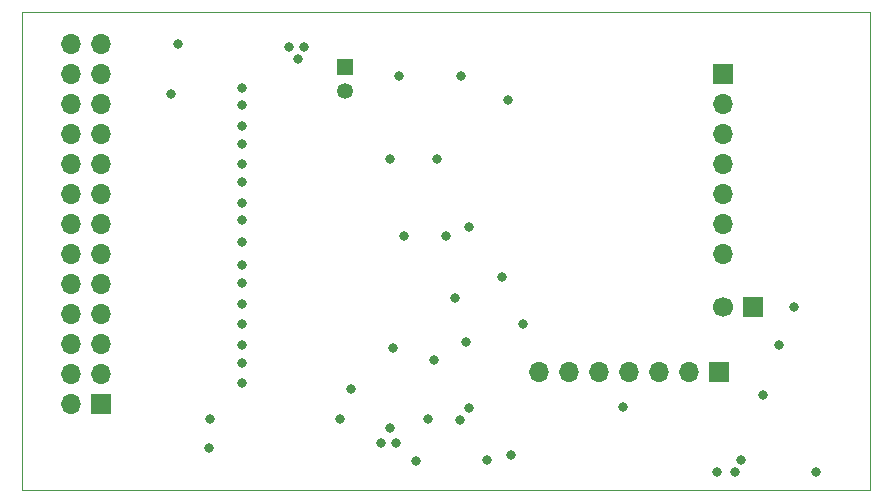
<source format=gbr>
%TF.GenerationSoftware,KiCad,Pcbnew,9.0.5-1.fc42*%
%TF.CreationDate,2025-11-11T18:34:46+01:00*%
%TF.ProjectId,bioamplifier,62696f61-6d70-46c6-9966-6965722e6b69,rev?*%
%TF.SameCoordinates,Original*%
%TF.FileFunction,Copper,L2,Inr*%
%TF.FilePolarity,Positive*%
%FSLAX46Y46*%
G04 Gerber Fmt 4.6, Leading zero omitted, Abs format (unit mm)*
G04 Created by KiCad (PCBNEW 9.0.5-1.fc42) date 2025-11-11 18:34:46*
%MOMM*%
%LPD*%
G01*
G04 APERTURE LIST*
%TA.AperFunction,ComponentPad*%
%ADD10R,1.700000X1.700000*%
%TD*%
%TA.AperFunction,ComponentPad*%
%ADD11C,1.700000*%
%TD*%
%TA.AperFunction,ComponentPad*%
%ADD12R,1.350000X1.350000*%
%TD*%
%TA.AperFunction,ComponentPad*%
%ADD13C,1.350000*%
%TD*%
%TA.AperFunction,ComponentPad*%
%ADD14O,1.700000X1.700000*%
%TD*%
%TA.AperFunction,ViaPad*%
%ADD15C,0.800000*%
%TD*%
%TA.AperFunction,Profile*%
%ADD16C,0.100000*%
%TD*%
G04 APERTURE END LIST*
D10*
%TO.N,GNDD*%
%TO.C,J5*%
X112540000Y-97000000D03*
D11*
%TO.N,/DAISY-IN*%
X110000000Y-97000000D03*
%TD*%
D12*
%TO.N,GNDA*%
%TO.C,J4*%
X78000000Y-76730000D03*
D13*
%TO.N,BIASINV*%
X78000000Y-78730000D03*
%TD*%
D10*
%TO.N,Net-(J3-Pin_1)*%
%TO.C,J3*%
X110000000Y-77300000D03*
D14*
%TO.N,Net-(J3-Pin_2)*%
X110000000Y-79840000D03*
%TO.N,Net-(J3-Pin_3)*%
X110000000Y-82380000D03*
%TO.N,Net-(J3-Pin_4)*%
X110000000Y-84920000D03*
%TO.N,Net-(J3-Pin_5)*%
X110000000Y-87460000D03*
%TO.N,Net-(J3-Pin_6)*%
X110000000Y-90000000D03*
%TO.N,GNDD*%
X110000000Y-92540000D03*
%TD*%
D10*
%TO.N,3.3V_UNREG*%
%TO.C,J1*%
X109620000Y-102500000D03*
D14*
%TO.N,Net-(J1-Pin_2)*%
X107080000Y-102500000D03*
%TO.N,Net-(J1-Pin_3)*%
X104540000Y-102500000D03*
%TO.N,Net-(J1-Pin_4)*%
X102000000Y-102500000D03*
%TO.N,Net-(J1-Pin_5)*%
X99460000Y-102500000D03*
%TO.N,Net-(J1-Pin_6)*%
X96920000Y-102500000D03*
%TO.N,Net-(J1-Pin_7)*%
X94380000Y-102500000D03*
%TD*%
D10*
%TO.N,AVSS*%
%TO.C,J2*%
X57340000Y-105260000D03*
D14*
X54800000Y-105260000D03*
%TO.N,/Electrodes input/REF1*%
X57340000Y-102720000D03*
%TO.N,/Electrodes input/REF2*%
X54800000Y-102720000D03*
%TO.N,/Electrodes input/P1*%
X57340000Y-100180000D03*
%TO.N,/Electrodes input/N1*%
X54800000Y-100180000D03*
%TO.N,/Electrodes input/P2*%
X57340000Y-97640000D03*
%TO.N,/Electrodes input/N2*%
X54800000Y-97640000D03*
%TO.N,/Electrodes input/P3*%
X57340000Y-95100000D03*
%TO.N,/Electrodes input/N3*%
X54800000Y-95100000D03*
%TO.N,/Electrodes input/P4*%
X57340000Y-92560000D03*
%TO.N,/Electrodes input/N4*%
X54800000Y-92560000D03*
%TO.N,/Electrodes input/P5*%
X57340000Y-90020000D03*
%TO.N,/Electrodes input/N5*%
X54800000Y-90020000D03*
%TO.N,/Electrodes input/P6*%
X57340000Y-87480000D03*
%TO.N,/Electrodes input/N6*%
X54800000Y-87480000D03*
%TO.N,/Electrodes input/P7*%
X57340000Y-84940000D03*
%TO.N,/Electrodes input/N7*%
X54800000Y-84940000D03*
%TO.N,/Electrodes input/P8*%
X57340000Y-82400000D03*
%TO.N,/Electrodes input/N8*%
X54800000Y-82400000D03*
%TO.N,/Electrodes input/BIAS*%
X57340000Y-79860000D03*
X54800000Y-79860000D03*
%TO.N,GNDA*%
X57340000Y-77320000D03*
X54800000Y-77320000D03*
%TO.N,AVDD*%
X57340000Y-74780000D03*
X54800000Y-74780000D03*
%TD*%
D15*
%TO.N,AVDD*%
X83000000Y-91000000D03*
X91250000Y-94500000D03*
%TO.N,GNDD*%
X85750000Y-84500000D03*
X91750000Y-79500000D03*
X116000000Y-97000000D03*
X88475500Y-90216800D03*
X113362500Y-104500000D03*
X93000000Y-98500000D03*
X117862500Y-111000000D03*
%TO.N,GNDA*%
X73250000Y-75000000D03*
X69250000Y-95000000D03*
X69250000Y-91500000D03*
X69270000Y-86446852D03*
X69250000Y-101750000D03*
X69249825Y-98499825D03*
X69270000Y-84946852D03*
X111000000Y-111000000D03*
X69250000Y-93500000D03*
X69270000Y-79946852D03*
X69270000Y-81696852D03*
X81750000Y-84500000D03*
X87274662Y-96242371D03*
X81750000Y-107250000D03*
X69250000Y-103500000D03*
X69270000Y-78446852D03*
X82250000Y-108500000D03*
X69250000Y-96750000D03*
X74500000Y-75000000D03*
X109500000Y-111000000D03*
X101500000Y-105500000D03*
X92000000Y-109587500D03*
X111500000Y-110000000D03*
X69270000Y-83196852D03*
X69250000Y-100250000D03*
X66439122Y-108943294D03*
X63800000Y-74800000D03*
X63250000Y-79000000D03*
X81000000Y-108500000D03*
X69270000Y-89696852D03*
X74000000Y-76000000D03*
X66500000Y-106500000D03*
X69270000Y-88196852D03*
%TO.N,-2.5V_UNREG*%
X88500000Y-105587500D03*
%TO.N,AVSS*%
X78500000Y-104000000D03*
X88250000Y-100000000D03*
X87750000Y-77500000D03*
X82500000Y-77500000D03*
X77500000Y-106500000D03*
X82000000Y-100500000D03*
%TO.N,Net-(U11-CAP+)*%
X87725000Y-106587500D03*
%TO.N,Net-(U11-CAP-)*%
X84000000Y-110087500D03*
%TO.N,DVDD*%
X114725000Y-100275000D03*
X85500000Y-101500000D03*
X86500000Y-91000000D03*
X90000000Y-110000000D03*
X85000000Y-106500000D03*
%TD*%
D16*
X50601596Y-72042903D02*
X122375000Y-72042903D01*
X122375000Y-112556276D01*
X50601596Y-112556276D01*
X50601596Y-72042903D01*
M02*

</source>
